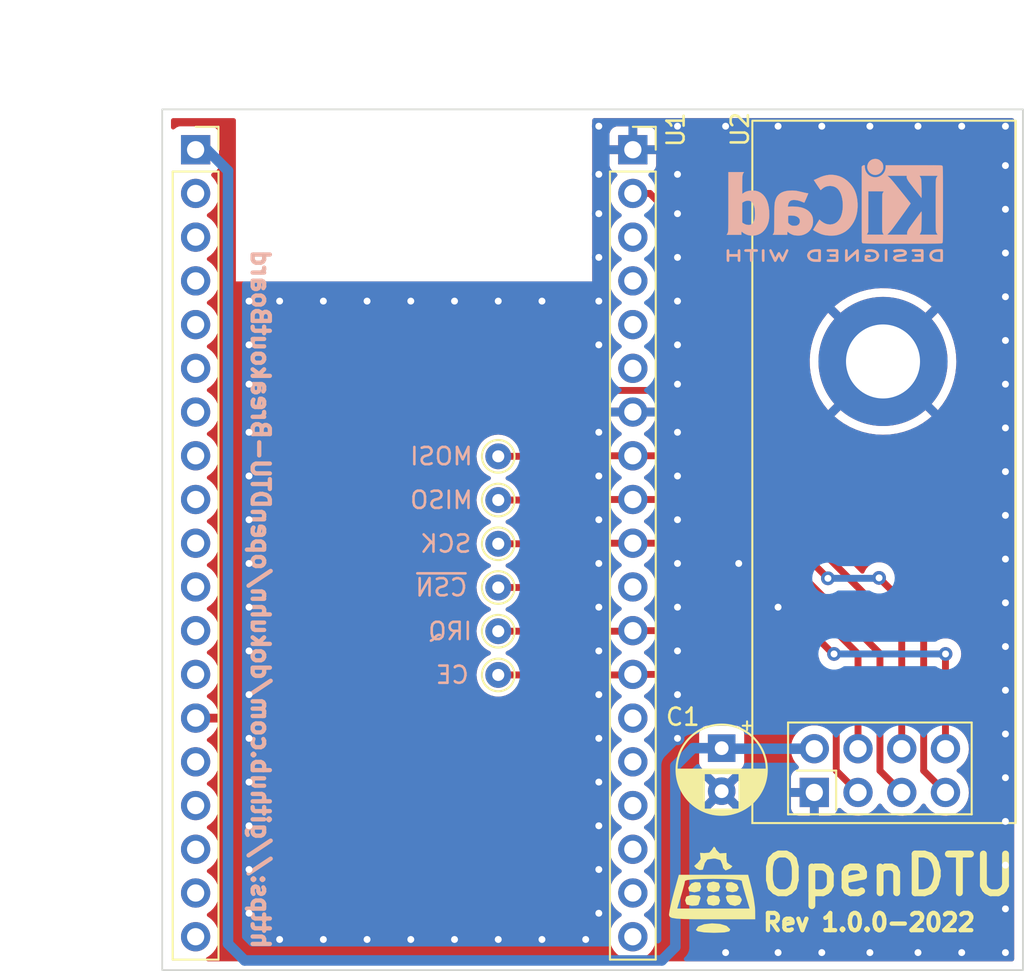
<source format=kicad_pcb>
(kicad_pcb (version 20211014) (generator pcbnew)
  (layers (0 "F.Cu" signal) (31 "B.Cu" signal) (34 "B.Paste" user) (35 "F.Paste" user) (36 "B.SilkS" user "B.Silkscreen") (37 "F.SilkS" user "F.Silkscreen") (38 "B.Mask" user) (39 "F.Mask" user) (44 "Edge.Cuts" user))
  (net 0 "")
  (net 1 "+3.3V")
  (net 14 "GND")
  (net 26 "/CE")
  (net 27 "/IRQ")
  (net 29 "/~{CSN}")
  (net 30 "/SCK")
  (net 31 "/MISO")
  (net 36 "/MOSI")
  (footprint "TestPoint:TestPoint_THTPad_D1.5mm_Drill0.7mm" (layer "F.Cu") (at 139.7 93.091)
    (fp_text reference "TP2" hide)
    (fp_text value "TestPoint" hide)
    (fp_text user "MISO" (at -3.302 0 unlocked) (layer "B.SilkS") (effects (justify mirror)))
    (pad "1" thru_hole circle (at 0 0) (size 1.5 1.5) (drill 0.7) (layers *.Cu *.Mask) (net 31 "/MISO"))
  )
  (footprint "TestPoint:TestPoint_THTPad_D1.5mm_Drill0.7mm" (layer "F.Cu") (at 139.7 95.631)
    (fp_text reference "TP3" hide)
    (fp_text value "TestPoint" hide)
    (fp_text user "SCK" (at -3.048 0 unlocked) (layer "B.SilkS") (effects (justify mirror)))
    (pad "1" thru_hole circle (at 0 0) (size 1.5 1.5) (drill 0.7) (layers *.Cu *.Mask) (net 30 "/SCK"))
  )
  (footprint "TestPoint:TestPoint_THTPad_D1.5mm_Drill0.7mm" (layer "F.Cu") (at 139.7 90.551)
    (fp_text reference "TP1" hide)
    (fp_text value "TestPoint" hide)
    (fp_text user "MOSI" (at -3.302 0 unlocked) (layer "B.SilkS") (effects (justify mirror)))
    (pad "1" thru_hole circle (at 0 0) (size 1.5 1.5) (drill 0.7) (layers *.Cu *.Mask) (net 36 "/MOSI"))
  )
  (footprint "ESP32-NodeMCU_WROOM_32:ESP32-NodeMCU_WROOM_32" (layer "F.Cu") (at 122.119 72.739)
    (fp_text reference "U1" (at 27.8934 -1.1618 90) (layer "F.SilkS"))
    (fp_text value "ESP32NodeMCU" hide)
    (pad "1" thru_hole rect (at 0 0) (size 1.7 1.7) (drill 1) (layers *.Cu *.Mask) (net 1 "+3.3V"))
    (pad "2" thru_hole oval (at 0 2.54) (size 1.7 1.7) (drill 1) (layers *.Cu *.Mask))
    (pad "3" thru_hole oval (at 0 5.08) (size 1.7 1.7) (drill 1) (layers *.Cu *.Mask))
    (pad "4" thru_hole oval (at 0 7.62) (size 1.7 1.7) (drill 1) (layers *.Cu *.Mask))
    (pad "5" thru_hole oval (at 0 10.16) (size 1.7 1.7) (drill 1) (layers *.Cu *.Mask))
    (pad "6" thru_hole oval (at 0 12.7) (size 1.7 1.7) (drill 1) (layers *.Cu *.Mask))
    (pad "7" thru_hole oval (at 0 15.24) (size 1.7 1.7) (drill 1) (layers *.Cu *.Mask))
    (pad "8" thru_hole oval (at 0 17.78) (size 1.7 1.7) (drill 1) (layers *.Cu *.Mask))
    (pad "9" thru_hole oval (at 0 20.32) (size 1.7 1.7) (drill 1) (layers *.Cu *.Mask))
    (pad "10" thru_hole oval (at 0 22.86) (size 1.7 1.7) (drill 1) (layers *.Cu *.Mask))
    (pad "11" thru_hole oval (at 0 25.4) (size 1.7 1.7) (drill 1) (layers *.Cu *.Mask))
    (pad "12" thru_hole oval (at 0 27.94) (size 1.7 1.7) (drill 1) (layers *.Cu *.Mask))
    (pad "13" thru_hole oval (at 0 30.48) (size 1.7 1.7) (drill 1) (layers *.Cu *.Mask))
    (pad "14" thru_hole oval (at 0 33.02) (size 1.7 1.7) (drill 1) (layers *.Cu *.Mask) (net 14 "GND"))
    (pad "15" thru_hole oval (at 0 35.56) (size 1.7 1.7) (drill 1) (layers *.Cu *.Mask))
    (pad "16" thru_hole oval (at 0 38.1) (size 1.7 1.7) (drill 1) (layers *.Cu *.Mask))
    (pad "17" thru_hole oval (at 0 40.64) (size 1.7 1.7) (drill 1) (layers *.Cu *.Mask))
    (pad "18" thru_hole oval (at 0 43.18) (size 1.7 1.7) (drill 1) (layers *.Cu *.Mask))
    (pad "19" thru_hole oval (at 0 45.72) (size 1.7 1.7) (drill 1) (layers *.Cu *.Mask))
    (pad "20" thru_hole oval (at 25.4 45.72) (size 1.7 1.7) (drill 1) (layers *.Cu *.Mask))
    (pad "21" thru_hole oval (at 25.4 43.18) (size 1.7 1.7) (drill 1) (layers *.Cu *.Mask))
    (pad "22" thru_hole oval (at 25.4 40.64) (size 1.7 1.7) (drill 1) (layers *.Cu *.Mask))
    (pad "23" thru_hole oval (at 25.4 38.1) (size 1.7 1.7) (drill 1) (layers *.Cu *.Mask))
    (pad "24" thru_hole oval (at 25.4 35.56) (size 1.7 1.7) (drill 1) (layers *.Cu *.Mask))
    (pad "25" thru_hole oval (at 25.4 33.02) (size 1.7 1.7) (drill 1) (layers *.Cu *.Mask))
    (pad "26" thru_hole oval (at 25.4 30.48) (size 1.7 1.7) (drill 1) (layers *.Cu *.Mask) (net 26 "/CE"))
    (pad "27" thru_hole oval (at 25.4 27.94) (size 1.7 1.7) (drill 1) (layers *.Cu *.Mask) (net 27 "/IRQ"))
    (pad "28" thru_hole oval (at 25.4 25.4) (size 1.7 1.7) (drill 1) (layers *.Cu *.Mask))
    (pad "29" thru_hole oval (at 25.4 22.86) (size 1.7 1.7) (drill 1) (layers *.Cu *.Mask) (net 29 "/~{CSN}"))
    (pad "30" thru_hole oval (at 25.4 20.32) (size 1.7 1.7) (drill 1) (layers *.Cu *.Mask) (net 30 "/SCK"))
    (pad "31" thru_hole oval (at 25.4 17.78) (size 1.7 1.7) (drill 1) (layers *.Cu *.Mask) (net 31 "/MISO"))
    (pad "32" thru_hole oval (at 25.4 15.24) (size 1.7 1.7) (drill 1) (layers *.Cu *.Mask) (net 14 "GND"))
    (pad "33" thru_hole oval (at 25.4 12.7) (size 1.7 1.7) (drill 1) (layers *.Cu *.Mask))
    (pad "34" thru_hole oval (at 25.4 10.16) (size 1.7 1.7) (drill 1) (layers *.Cu *.Mask))
    (pad "35" thru_hole oval (at 25.4 7.62) (size 1.7 1.7) (drill 1) (layers *.Cu *.Mask))
    (pad "36" thru_hole oval (at 25.4 5.08) (size 1.7 1.7) (drill 1) (layers *.Cu *.Mask))
    (pad "37" thru_hole oval (at 25.4 2.54) (size 1.7 1.7) (drill 1) (layers *.Cu *.Mask) (net 36 "/MOSI"))
    (pad "38" thru_hole rect (at 25.4 0) (size 1.7 1.7) (drill 1) (layers *.Cu *.Mask) (net 14 "GND"))
  )
  (footprint "OpenDTU_logo:OpenDTU" (layer "F.Cu") (at 152.1206 115.7224)
    (fp_text reference "G***" hide)
    (fp_text value "LOGO" hide)
  )
  (footprint "MountingHole:MountingHole_4.3mm_M4_DIN965_Pad_TopBottom" (layer "F.Cu") (at 162.052 85.0392)
    (fp_text reference "REF**" hide)
    (fp_text value "MountingHole_4.3mm_M4_DIN965_Pad_TopBottom" hide)
    (pad "1" thru_hole circle (at 0 0) (size 4.7 4.7) (drill 4.3) (layers *.Cu *.Mask) (net 14 "GND"))
    (pad "1" connect circle (at 0 0) (size 7.5 7.5) (layers "B.Cu" "B.Mask") (net 14 "GND"))
    (pad "1" connect circle (at 0 0) (size 7.5 7.5) (layers "F.Cu" "F.Mask") (net 14 "GND"))
  )
  (footprint "Capacitor_THT:CP_Radial_D5.0mm_P2.50mm" (layer "F.Cu") (at 152.6794 107.504221 -90)
    (fp_text reference "C1" (at -1.814821 2.2606) (layer "F.SilkS"))
    (fp_text value "10uF" hide)
    (pad "1" thru_hole rect (at 0 0 270) (size 1.6 1.6) (drill 0.8) (layers *.Cu *.Mask) (net 1 "+3.3V"))
    (pad "2" thru_hole circle (at 2.5 0 270) (size 1.6 1.6) (drill 0.8) (layers *.Cu *.Mask) (net 14 "GND"))
  )
  (footprint "TestPoint:TestPoint_THTPad_D1.5mm_Drill0.7mm" (layer "F.Cu") (at 139.7 100.711)
    (fp_text reference "TP5" hide)
    (fp_text value "TestPoint" hide)
    (fp_text user "IRQ" (at -2.794 0 unlocked) (layer "B.SilkS") (effects (justify mirror)))
    (pad "1" thru_hole circle (at 0 0) (size 1.5 1.5) (drill 0.7) (layers *.Cu *.Mask) (net 27 "/IRQ"))
  )
  (footprint "TestPoint:TestPoint_THTPad_D1.5mm_Drill0.7mm" (layer "F.Cu") (at 139.7 103.251)
    (fp_text reference "TP6" hide)
    (fp_text value "TestPoint" hide)
    (fp_text user "CE" (at -2.667 0 unlocked) (layer "B.SilkS") (effects (justify mirror)))
    (pad "1" thru_hole circle (at 0 0) (size 1.5 1.5) (drill 0.7) (layers *.Cu *.Mask) (net 26 "/CE"))
  )
  (footprint "nRF24L01+PA+LNA_Breakout:nRF24L01+PA+LNA_Breakout" (layer "F.Cu") (at 158.06 110.077 90)
    (fp_text reference "U2" (at 38.5252 -4.3138 270) (layer "F.SilkS"))
    (fp_text value "NRF24L01+PA+LNA_Breakout" hide)
    (pad "1" thru_hole rect (at 0 0 90) (size 1.7 1.7) (drill 1) (layers *.Cu *.Mask) (net 14 "GND"))
    (pad "2" thru_hole circle (at 2.54 0 90) (size 1.7 1.7) (drill 1) (layers *.Cu *.Mask) (net 1 "+3.3V"))
    (pad "3" thru_hole circle (at 0 2.54 90) (size 1.7 1.7) (drill 1) (layers *.Cu *.Mask) (net 26 "/CE"))
    (pad "4" thru_hole circle (at 2.54 2.54 90) (size 1.7 1.7) (drill 1) (layers *.Cu *.Mask) (net 29 "/~{CSN}"))
    (pad "5" thru_hole circle (at 0 5.08 90) (size 1.7 1.7) (drill 1) (layers *.Cu *.Mask) (net 30 "/SCK"))
    (pad "6" thru_hole circle (at 2.54 5.08 90) (size 1.7 1.7) (drill 1) (layers *.Cu *.Mask) (net 36 "/MOSI"))
    (pad "7" thru_hole circle (at 0 7.62 90) (size 1.7 1.7) (drill 1) (layers *.Cu *.Mask) (net 31 "/MISO"))
    (pad "8" thru_hole circle (at 2.54 7.62 90) (size 1.7 1.7) (drill 1) (layers *.Cu *.Mask) (net 27 "/IRQ"))
  )
  (footprint "TestPoint:TestPoint_THTPad_D1.5mm_Drill0.7mm" (layer "F.Cu") (at 139.7 98.171)
    (fp_text reference "TP4" hide)
    (fp_text value "TestPoint" hide)
    (fp_text user "~{CSN}" (at -3.302 0 unlocked) (layer "B.SilkS") (effects (justify mirror)))
    (pad "1" thru_hole circle (at 0 0) (size 1.5 1.5) (drill 0.7) (layers *.Cu *.Mask) (net 29 "/~{CSN}"))
  )
  (footprint "Symbol:KiCad-Logo2_5mm_SilkScreen" (layer "B.Cu") (at 159.258 76.2508 180)
    (fp_text reference "REF**" hide)
    (fp_text value "KiCad-Logo2_5mm_SilkScreen" hide)
  )
  (gr_rect (start 120.18 70.396) (end 170.18 120.396) (layer "Edge.Cuts") (width 0.1) (fill none))
  (gr_text "https://github.com/dokuhn/openDTU-BreakoutBoard" (at 125.8824 119.2784 -90) (layer "B.SilkS") (effects (font (size 1 1) (thickness 0.25)) (justify left mirror)))
  (gr_text "Rev 1.0.0-2022\n" (at 154.9654 117.6274) (layer "F.SilkS") (effects (font (size 1 1) (thickness 0.25)) (justify left)))
  (gr_text "OpenDTU" (at 154.7622 114.8842) (layer "F.SilkS") (effects (font (size 2.25 2.25) (thickness 0.4)) (justify left)))
  (segment (start 152.712179 107.537) (end 152.6794 107.504221) (width 0.6096) (layer "B.Cu") (net 1))
  (segment (start 122.119 72.739) (end 122.777 72.739) (width 0.6096) (layer "B.Cu") (net 1))
  (segment (start 124.0028 73.9648) (end 124.0028 118.872) (width 0.6096) (layer "B.Cu") (net 1))
  (segment (start 158.06 107.537) (end 152.712179 107.537) (width 0.6096) (layer "B.Cu") (net 1))
  (segment (start 149.987 108.5342) (end 151.016979 107.504221) (width 0.6096) (layer "B.Cu") (net 1))
  (segment (start 149.987 119.0498) (end 149.987 108.5342) (width 0.6096) (layer "B.Cu") (net 1))
  (segment (start 124.968 119.8372) (end 149.1996 119.8372) (width 0.6096) (layer "B.Cu") (net 1))
  (segment (start 124.0028 118.872) (end 124.968 119.8372) (width 0.6096) (layer "B.Cu") (net 1))
  (segment (start 122.777 72.739) (end 124.0028 73.9648) (width 0.6096) (layer "B.Cu") (net 1))
  (segment (start 149.1996 119.8372) (end 149.987 119.0498) (width 0.6096) (layer "B.Cu") (net 1))
  (segment (start 151.016979 107.504221) (end 152.6794 107.504221) (width 0.6096) (layer "B.Cu") (net 1))
  (via (at 144.78 118.618) (size 0.8) (drill 0.4) (layers "F.Cu" "B.Cu") (net 14))
  (via (at 169.164 83.82) (size 0.8) (drill 0.4) (layers "F.Cu" "B.Cu") (net 14))
  (via (at 127 118.618) (size 0.8) (drill 0.4) (layers "F.Cu" "B.Cu") (net 14))
  (via (at 129.54 118.618) (size 0.8) (drill 0.4) (layers "F.Cu" "B.Cu") (net 14))
  (via (at 169.164 116.84) (size 0.8) (drill 0.4) (layers "F.Cu" "B.Cu") (net 14))
  (via (at 164.084 119.38) (size 0.8) (drill 0.4) (layers "F.Cu" "B.Cu") (net 14))
  (via (at 145.542 76.454) (size 0.8) (drill 0.4) (layers "F.Cu" "B.Cu") (net 14))
  (via (at 161.29 71.374) (size 0.8) (drill 0.4) (layers "F.Cu" "B.Cu") (net 14))
  (via (at 125.222 94.234) (size 0.8) (drill 0.4) (layers "F.Cu" "B.Cu") (net 14))
  (via (at 145.542 96.774) (size 0.8) (drill 0.4) (layers "F.Cu" "B.Cu") (net 14))
  (via (at 150.114 104.394) (size 0.8) (drill 0.4) (layers "F.Cu" "B.Cu") (net 14))
  (via (at 150.114 86.36) (size 0.8) (drill 0.4) (layers "F.Cu" "B.Cu") (net 14))
  (via (at 152.908 71.374) (size 0.8) (drill 0.4) (layers "F.Cu" "B.Cu") (net 14))
  (via (at 132.08 118.618) (size 0.8) (drill 0.4) (layers "F.Cu" "B.Cu") (net 14))
  (via (at 169.164 119.38) (size 0.8) (drill 0.4) (layers "F.Cu" "B.Cu") (net 14))
  (via (at 161.29 119.38) (size 0.8) (drill 0.4) (layers "F.Cu" "B.Cu") (net 14))
  (via (at 169.164 93.98) (size 0.8) (drill 0.4) (layers "F.Cu" "B.Cu") (net 14))
  (via (at 169.164 73.66) (size 0.8) (drill 0.4) (layers "F.Cu" "B.Cu") (net 14))
  (via (at 155.956 119.38) (size 0.8) (drill 0.4) (layers "F.Cu" "B.Cu") (net 14))
  (via (at 169.164 71.374) (size 0.8) (drill 0.4) (layers "F.Cu" "B.Cu") (net 14))
  (via (at 125.222 104.394) (size 0.8) (drill 0.4) (layers "F.Cu" "B.Cu") (net 14))
  (via (at 125.222 89.154) (size 0.8) (drill 0.4) (layers "F.Cu" "B.Cu") (net 14))
  (via (at 125.222 81.534) (size 0.8) (drill 0.4) (layers "F.Cu" "B.Cu") (net 14))
  (via (at 139.7 81.534) (size 0.8) (drill 0.4) (layers "F.Cu" "B.Cu") (net 14))
  (via (at 137.16 81.534) (size 0.8) (drill 0.4) (layers "F.Cu" "B.Cu") (net 14))
  (via (at 169.164 96.52) (size 0.8) (drill 0.4) (layers "F.Cu" "B.Cu") (net 14))
  (via (at 125.222 109.474) (size 0.8) (drill 0.4) (layers "F.Cu" "B.Cu") (net 14))
  (via (at 150.114 94.234) (size 0.8) (drill 0.4) (layers "F.Cu" "B.Cu") (net 14))
  (via (at 125.222 96.774) (size 0.8) (drill 0.4) (layers "F.Cu" "B.Cu") (net 14))
  (via (at 152.908 119.38) (size 0.8) (drill 0.4) (layers "F.Cu" "B.Cu") (net 14))
  (via (at 155.956 99.314) (size 0.8) (drill 0.4) (layers "F.Cu" "B.Cu") (net 14))
  (via (at 145.542 84.074) (size 0.8) (drill 0.4) (layers "F.Cu" "B.Cu") (net 14))
  (via (at 169.164 104.14) (size 0.8) (drill 0.4) (layers "F.Cu" "B.Cu") (net 14))
  (via (at 150.114 89.154) (size 0.8) (drill 0.4) (layers "F.Cu" "B.Cu") (net 14))
  (via (at 132.08 81.534) (size 0.8) (drill 0.4) (layers "F.Cu" "B.Cu") (net 14))
  (via (at 169.164 99.06) (size 0.8) (drill 0.4) (layers "F.Cu" "B.Cu") (net 14))
  (via (at 139.7 118.618) (size 0.8) (drill 0.4) (layers "F.Cu" "B.Cu") (net 14))
  (via (at 150.114 96.774) (size 0.8) (drill 0.4) (layers "F.Cu" "B.Cu") (net 14))
  (via (at 169.164 111.76) (size 0.8) (drill 0.4) (layers "F.Cu" "B.Cu") (net 14))
  (via (at 142.24 118.618) (size 0.8) (drill 0.4) (layers "F.Cu" "B.Cu") (net 14))
  (via (at 169.164 88.9) (size 0.8) (drill 0.4) (layers "F.Cu" "B.Cu") (net 14))
  (via (at 158.496 71.374) (size 0.8) (drill 0.4) (layers "F.Cu" "B.Cu") (net 14))
  (via (at 125.222 117.094) (size 0.8) (drill 0.4) (layers "F.Cu" "B.Cu") (net 14))
  (via (at 145.542 106.934) (size 0.8) (drill 0.4) (layers "F.Cu" "B.Cu") (net 14))
  (via (at 125.222 106.934) (size 0.8) (drill 0.4) (layers "F.Cu" "B.Cu") (net 14))
  (via (at 145.542 109.474) (size 0.8) (drill 0.4) (layers "F.Cu" "B.Cu") (net 14))
  (via (at 125.222 91.694) (size 0.8) (drill 0.4) (layers "F.Cu" "B.Cu") (net 14))
  (via (at 145.542 71.374) (size 0.8) (drill 0.4) (layers "F.Cu" "B.Cu") (net 14))
  (via (at 169.164 78.74) (size 0.8) (drill 0.4) (layers "F.Cu" "B.Cu") (net 14))
  (via (at 153.67 96.774) (size 0.8) (drill 0.4) (layers "F.Cu" "B.Cu") (net 14))
  (via (at 127 81.534) (size 0.8) (drill 0.4) (layers "F.Cu" "B.Cu") (net 14))
  (via (at 145.542 114.554) (size 0.8) (drill 0.4) (layers "F.Cu" "B.Cu") (net 14))
  (via (at 145.542 117.094) (size 0.8) (drill 0.4) (layers "F.Cu" "B.Cu") (net 14))
  (via (at 134.62 118.618) (size 0.8) (drill 0.4) (layers "F.Cu" "B.Cu") (net 14))
  (via (at 125.222 114.554) (size 0.8) (drill 0.4) (layers "F.Cu" "B.Cu") (net 14))
  (via (at 169.164 76.2) (size 0.8) (drill 0.4) (layers "F.Cu" "B.Cu") (net 14))
  (via (at 145.542 112.014) (size 0.8) (drill 0.4) (layers "F.Cu" "B.Cu") (net 14))
  (via (at 145.542 81.534) (size 0.8) (drill 0.4) (layers "F.Cu" "B.Cu") (net 14))
  (via (at 145.542 94.234) (size 0.8) (drill 0.4) (layers "F.Cu" "B.Cu") (net 14))
  (via (at 145.542 101.854) (size 0.8) (drill 0.4) (layers "F.Cu" "B.Cu") (net 14))
  (via (at 150.114 84.074) (size 0.8) (drill 0.4) (layers "F.Cu" "B.Cu") (net 14))
  (via (at 150.114 78.994) (size 0.8) (drill 0.4) (layers "F.Cu" "B.Cu") (net 14))
  (via (at 169.164 86.36) (size 0.8) (drill 0.4) (layers "F.Cu" "B.Cu") (net 14))
  (via (at 145.542 78.994) (size 0.8) (drill 0.4) (layers "F.Cu" "B.Cu") (net 14))
  (via (at 150.114 106.934) (size 0.8) (drill 0.4) (layers "F.Cu" "B.Cu") (net 14))
  (via (at 150.114 101.854) (size 0.8) (drill 0.4) (layers "F.Cu" "B.Cu") (net 14))
  (via (at 134.62 81.534) (size 0.8) (drill 0.4) (layers "F.Cu" "B.Cu") (net 14))
  (via (at 150.114 71.374) (size 0.8) (drill 0.4) (layers "F.Cu" "B.Cu") (net 14))
  (via (at 150.114 76.454) (size 0.8) (drill 0.4) (layers "F.Cu" "B.Cu") (net 14))
  (via (at 150.114 91.694) (size 0.8) (drill 0.4) (layers "F.Cu" "B.Cu") (net 14))
  (via (at 142.24 81.534) (size 0.8) (drill 0.4) (layers "F.Cu" "B.Cu") (net 14))
  (via (at 166.624 71.374) (size 0.8) (drill 0.4) (layers "F.Cu" "B.Cu") (net 14))
  (via (at 137.16 118.618) (size 0.8) (drill 0.4) (layers "F.Cu" "B.Cu") (net 14))
  (via (at 150.114 74.168) (size 0.8) (drill 0.4) (layers "F.Cu" "B.Cu") (net 14))
  (via (at 145.542 104.394) (size 0.8) (drill 0.4) (layers "F.Cu" "B.Cu") (net 14))
  (via (at 150.114 81.534) (size 0.8) (drill 0.4) (layers "F.Cu" "B.Cu") (net 14))
  (via (at 166.624 119.38) (size 0.8) (drill 0.4) (layers "F.Cu" "B.Cu") (net 14))
  (via (at 158.496 119.38) (size 0.8) (drill 0.4) (layers "F.Cu" "B.Cu") (net 14))
  (via (at 169.164 101.6) (size 0.8) (drill 0.4) (layers "F.Cu" "B.Cu") (net 14))
  (via (at 125.222 84.074) (size 0.8) (drill 0.4) (layers "F.Cu" "B.Cu") (net 14))
  (via (at 125.222 99.314) (size 0.8) (drill 0.4) (layers "F.Cu" "B.Cu") (net 14))
  (via (at 169.164 106.68) (size 0.8) (drill 0.4) (layers "F.Cu" "B.Cu") (net 14))
  (via (at 169.164 91.44) (size 0.8) (drill 0.4) (layers "F.Cu" "B.Cu") (net 14))
  (via (at 155.956 71.374) (size 0.8) (drill 0.4) (layers "F.Cu" "B.Cu") (net 14))
  (via (at 164.084 71.374) (size 0.8) (drill 0.4) (layers "F.Cu" "B.Cu") (net 14))
  (via (at 145.542 91.694) (size 0.8) (drill 0.4) (layers "F.Cu" "B.Cu") (net 14))
  (via (at 145.542 99.314) (size 0.8) (drill 0.4) (layers "F.Cu" "B.Cu") (net 14))
  (via (at 125.222 112.014) (size 0.8) (drill 0.4) (layers "F.Cu" "B.Cu") (net 14))
  (via (at 150.114 99.314) (size 0.8) (drill 0.4) (layers "F.Cu" "B.Cu") (net 14))
  (via (at 145.542 89.154) (size 0.8) (drill 0.4) (layers "F.Cu" "B.Cu") (net 14))
  (via (at 169.164 114.3) (size 0.8) (drill 0.4) (layers "F.Cu" "B.Cu") (net 14))
  (via (at 169.164 81.28) (size 0.8) (drill 0.4) (layers "F.Cu" "B.Cu") (net 14))
  (via (at 129.54 81.534) (size 0.8) (drill 0.4) (layers "F.Cu" "B.Cu") (net 14))
  (via (at 125.222 86.36) (size 0.8) (drill 0.4) (layers "F.Cu" "B.Cu") (net 14))
  (via (at 125.222 101.854) (size 0.8) (drill 0.4) (layers "F.Cu" "B.Cu") (net 14))
  (via (at 169.164 109.22) (size 0.8) (drill 0.4) (layers "F.Cu" "B.Cu") (net 14))
  (via (at 145.542 74.168) (size 0.8) (drill 0.4) (layers "F.Cu" "B.Cu") (net 14))
  (segment (start 159.3342 108.8112) (end 159.3342 104.3432) (width 0.4) (layer "F.Cu") (net 26))
  (segment (start 139.7 103.251) (end 147.487 103.251) (width 0.4) (layer "F.Cu") (net 26))
  (segment (start 147.487 103.251) (end 147.519 103.219) (width 0.4) (layer "F.Cu") (net 26))
  (segment (start 158.21 103.219) (end 147.519 103.219) (width 0.4) (layer "F.Cu") (net 26))
  (segment (start 160.6 110.077) (end 159.3342 108.8112) (width 0.4) (layer "F.Cu") (net 26))
  (segment (start 159.3342 104.3432) (end 158.21 103.219) (width 0.4) (layer "F.Cu") (net 26))
  (segment (start 165.68 102.036) (end 165.68 107.537) (width 0.4) (layer "F.Cu") (net 27))
  (segment (start 159.1564 102.0318) (end 157.8036 100.679) (width 0.4) (layer "F.Cu") (net 27))
  (segment (start 159.2072 102.0318) (end 159.1564 102.0318) (width 0.25) (layer "F.Cu") (net 27))
  (segment (start 139.7 100.711) (end 147.487 100.711) (width 0.4) (layer "F.Cu") (net 27))
  (segment (start 157.8036 100.679) (end 147.519 100.679) (width 0.4) (layer "F.Cu") (net 27))
  (segment (start 165.6842 102.0318) (end 165.68 102.036) (width 0.25) (layer "F.Cu") (net 27))
  (segment (start 147.487 100.711) (end 147.519 100.679) (width 0.4) (layer "F.Cu") (net 27))
  (via (at 165.6842 102.0318) (size 0.8) (drill 0.4) (layers "F.Cu" "B.Cu") (net 27))
  (via (at 159.2072 102.0318) (size 0.8) (drill 0.4) (layers "F.Cu" "B.Cu") (net 27))
  (segment (start 159.2072 102.0318) (end 165.6842 102.0318) (width 0.4) (layer "B.Cu") (net 27))
  (segment (start 147.519 95.599) (end 154.1714 95.599) (width 0.4) (layer "F.Cu") (net 29))
  (segment (start 144.685 95.599) (end 147.519 95.599) (width 0.4) (layer "F.Cu") (net 29))
  (segment (start 160.6 102.0276) (end 160.6 107.537) (width 0.4) (layer "F.Cu") (net 29))
  (segment (start 154.1714 95.599) (end 160.6 102.0276) (width 0.4) (layer "F.Cu") (net 29))
  (segment (start 142.113 98.171) (end 144.685 95.599) (width 0.4) (layer "F.Cu") (net 29))
  (segment (start 139.7 98.171) (end 142.113 98.171) (width 0.4) (layer "F.Cu") (net 29))
  (segment (start 142.113 95.631) (end 144.685 93.059) (width 0.4) (layer "F.Cu") (net 30))
  (segment (start 152.9268 93.059) (end 161.8742 102.0064) (width 0.4) (layer "F.Cu") (net 30))
  (segment (start 139.7 95.631) (end 142.113 95.631) (width 0.4) (layer "F.Cu") (net 30))
  (segment (start 161.8742 106.0196) (end 161.8742 108.8112) (width 0.4) (layer "F.Cu") (net 30))
  (segment (start 161.8742 108.8112) (end 163.14 110.077) (width 0.4) (layer "F.Cu") (net 30))
  (segment (start 144.685 93.059) (end 147.519 93.059) (width 0.4) (layer "F.Cu") (net 30))
  (segment (start 161.8742 102.0064) (end 161.8742 105.9688) (width 0.4) (layer "F.Cu") (net 30))
  (segment (start 147.519 93.059) (end 152.9268 93.059) (width 0.4) (layer "F.Cu") (net 30))
  (segment (start 139.7 93.091) (end 142.113 93.091) (width 0.4) (layer "F.Cu") (net 31))
  (segment (start 151.733 90.519) (end 147.519 90.519) (width 0.4) (layer "F.Cu") (net 31))
  (segment (start 164.4142 100.203) (end 164.4142 108.8112) (width 0.4) (layer "F.Cu") (net 31))
  (segment (start 164.4142 108.8112) (end 165.68 110.077) (width 0.4) (layer "F.Cu") (net 31))
  (segment (start 144.685 90.519) (end 147.519 90.519) (width 0.4) (layer "F.Cu") (net 31))
  (segment (start 142.113 93.091) (end 144.685 90.519) (width 0.4) (layer "F.Cu") (net 31))
  (segment (start 161.8234 97.6122) (end 164.4142 100.203) (width 0.4) (layer "F.Cu") (net 31))
  (segment (start 158.8516 97.6376) (end 151.733 90.519) (width 0.4) (layer "F.Cu") (net 31))
  (via (at 161.8234 97.6122) (size 0.8) (drill 0.4) (layers "F.Cu" "B.Cu") (net 31))
  (via (at 158.8516 97.6376) (size 0.8) (drill 0.4) (layers "F.Cu" "B.Cu") (net 31))
  (segment (start 161.798 97.6376) (end 161.8234 97.6122) (width 0.25) (layer "B.Cu") (net 31))
  (segment (start 158.8516 97.6376) (end 161.798 97.6376) (width 0.4) (layer "B.Cu") (net 31))
  (segment (start 149.1488 86.722712) (end 145.966688 86.722712) (width 0.4) (layer "F.Cu") (net 36))
  (segment (start 145.966688 86.722712) (end 142.1384 90.551) (width 0.4) (layer "F.Cu") (net 36))
  (segment (start 142.1384 90.551) (end 139.7 90.551) (width 0.4) (layer "F.Cu") (net 36))
  (segment (start 147.519 75.279) (end 148.5072 75.279) (width 0.4) (layer "F.Cu") (net 36))
  (segment (start 163.14 100.7068) (end 163.14 107.537) (width 0.4) (layer "F.Cu") (net 36))
  (segment (start 149.1488 86.7156) (end 163.14 100.7068) (width 0.4) (layer "F.Cu") (net 36))
  (segment (start 149.098 75.8698) (end 149.098 86.7156) (width 0.4) (layer "F.Cu") (net 36))
  (segment (start 149.098 86.7156) (end 149.1488 86.7156) (width 0.4) (layer "F.Cu") (net 36))
  (segment (start 148.5072 75.279) (end 149.098 75.8698) (width 0.4) (layer "F.Cu") (net 36))
  (zone (net 14) (net_name "GND") (layers F&B.Cu) (connect_pads (clearance 0.508)) (min_thickness 0.254) (fill yes (thermal_gap 0.508) (thermal_bridge_width 0.508))
    (polygon (pts (xy 170.18 120.396) (xy 120.1928 120.396) (xy 120.1928 70.4088) (xy 170.1546 70.4088)))
  )
  (zone (net 0) (net_name "") (layers F&B.Cu "Eco2.User") (connect_pads (clearance 0)) (min_thickness 0.254)
    (keepout (tracks allowed) (vias allowed) (pads allowed) (copperpour not_allowed) (footprints allowed))
    (fill (thermal_gap 0.508) (thermal_bridge_width 0.508))
    (polygon (pts (xy 145.161 80.391) (xy 124.46 80.391) (xy 124.46 70.358) (xy 145.161 70.358)))
  )
)
</source>
